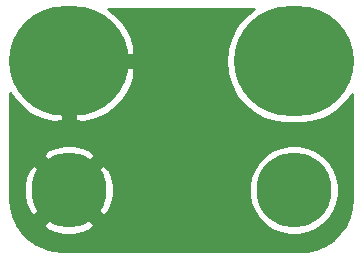
<source format=gbr>
G04 #@! TF.GenerationSoftware,KiCad,Pcbnew,(5.1.5)-3*
G04 #@! TF.CreationDate,2021-08-01T09:21:07-04:00*
G04 #@! TF.ProjectId,BindingPost_PCB,42696e64-696e-4675-906f-73745f504342,rev?*
G04 #@! TF.SameCoordinates,Original*
G04 #@! TF.FileFunction,Copper,L2,Bot*
G04 #@! TF.FilePolarity,Positive*
%FSLAX46Y46*%
G04 Gerber Fmt 4.6, Leading zero omitted, Abs format (unit mm)*
G04 Created by KiCad (PCBNEW (5.1.5)-3) date 2021-08-01 09:21:07*
%MOMM*%
%LPD*%
G04 APERTURE LIST*
%ADD10C,6.350000*%
%ADD11O,10.160000X9.271000*%
%ADD12C,0.254000*%
G04 APERTURE END LIST*
D10*
X24892000Y-16002000D03*
X5842000Y-16002000D03*
D11*
X5842000Y-5080000D03*
X24892000Y-5080000D03*
D12*
G36*
X21505199Y-676536D02*
G01*
X20702662Y-1335162D01*
X20044036Y-2137699D01*
X19554633Y-3053308D01*
X19253260Y-4046801D01*
X19151499Y-5080000D01*
X19253260Y-6113199D01*
X19554633Y-7106692D01*
X20044036Y-8022301D01*
X20702662Y-8824838D01*
X21505199Y-9483464D01*
X22420808Y-9972867D01*
X23414301Y-10274240D01*
X24188583Y-10350500D01*
X25595417Y-10350500D01*
X26369699Y-10274240D01*
X27363192Y-9972867D01*
X28278801Y-9483464D01*
X29081338Y-8824838D01*
X29739964Y-8022301D01*
X29821516Y-7869729D01*
X29826330Y-16734783D01*
X29753808Y-17547372D01*
X29546276Y-18305984D01*
X29207682Y-19015862D01*
X28748738Y-19654550D01*
X28183938Y-20201878D01*
X27531142Y-20640539D01*
X26810988Y-20956665D01*
X26033095Y-21143420D01*
X25621539Y-21184000D01*
X5363392Y-21184000D01*
X4551751Y-21111563D01*
X4089991Y-20985240D01*
X3167455Y-20605372D01*
X3085373Y-20566221D01*
X2447590Y-20107928D01*
X1901054Y-19543945D01*
X1489230Y-18931086D01*
X3631335Y-18931086D01*
X4022581Y-19370476D01*
X4714698Y-19660703D01*
X5450136Y-19810328D01*
X6200634Y-19813600D01*
X6937349Y-19670395D01*
X7631972Y-19386216D01*
X7661419Y-19370476D01*
X8052665Y-18931086D01*
X5842000Y-16720420D01*
X3631335Y-18931086D01*
X1489230Y-18931086D01*
X1463022Y-18892085D01*
X1147349Y-18172963D01*
X962794Y-17404232D01*
X914000Y-16739792D01*
X914000Y-16360634D01*
X2030400Y-16360634D01*
X2173605Y-17097349D01*
X2457784Y-17791972D01*
X2473524Y-17821419D01*
X2912914Y-18212665D01*
X5123580Y-16002000D01*
X6560420Y-16002000D01*
X8771086Y-18212665D01*
X9210476Y-17821419D01*
X9500703Y-17129302D01*
X9650328Y-16393864D01*
X9653600Y-15643366D01*
X9650370Y-15626748D01*
X21082000Y-15626748D01*
X21082000Y-16377252D01*
X21228416Y-17113336D01*
X21515622Y-17806712D01*
X21932580Y-18430733D01*
X22463267Y-18961420D01*
X23087288Y-19378378D01*
X23780664Y-19665584D01*
X24516748Y-19812000D01*
X25267252Y-19812000D01*
X26003336Y-19665584D01*
X26696712Y-19378378D01*
X27320733Y-18961420D01*
X27851420Y-18430733D01*
X28268378Y-17806712D01*
X28555584Y-17113336D01*
X28702000Y-16377252D01*
X28702000Y-15626748D01*
X28555584Y-14890664D01*
X28268378Y-14197288D01*
X27851420Y-13573267D01*
X27320733Y-13042580D01*
X26696712Y-12625622D01*
X26003336Y-12338416D01*
X25267252Y-12192000D01*
X24516748Y-12192000D01*
X23780664Y-12338416D01*
X23087288Y-12625622D01*
X22463267Y-13042580D01*
X21932580Y-13573267D01*
X21515622Y-14197288D01*
X21228416Y-14890664D01*
X21082000Y-15626748D01*
X9650370Y-15626748D01*
X9510395Y-14906651D01*
X9226216Y-14212028D01*
X9210476Y-14182581D01*
X8771086Y-13791335D01*
X6560420Y-16002000D01*
X5123580Y-16002000D01*
X2912914Y-13791335D01*
X2473524Y-14182581D01*
X2183297Y-14874698D01*
X2033672Y-15610136D01*
X2030400Y-16360634D01*
X914000Y-16360634D01*
X914000Y-13072914D01*
X3631335Y-13072914D01*
X5842000Y-15283580D01*
X8052665Y-13072914D01*
X7661419Y-12633524D01*
X6969302Y-12343297D01*
X6233864Y-12193672D01*
X5483366Y-12190400D01*
X4746651Y-12333605D01*
X4052028Y-12617784D01*
X4022581Y-12633524D01*
X3631335Y-13072914D01*
X914000Y-13072914D01*
X914000Y-7800682D01*
X1098728Y-8124751D01*
X1775329Y-8904896D01*
X2591128Y-9538052D01*
X3514774Y-9999888D01*
X4510773Y-10272655D01*
X5334000Y-10188690D01*
X5334000Y-5588000D01*
X6350000Y-5588000D01*
X6350000Y-10188690D01*
X7173227Y-10272655D01*
X8169226Y-9999888D01*
X9092872Y-9538052D01*
X9908671Y-8904896D01*
X10585272Y-8124751D01*
X11096674Y-7227598D01*
X11388406Y-6402395D01*
X11372945Y-5588000D01*
X6350000Y-5588000D01*
X5334000Y-5588000D01*
X5314000Y-5588000D01*
X5314000Y-4572000D01*
X5334000Y-4572000D01*
X5334000Y-4552000D01*
X6350000Y-4552000D01*
X6350000Y-4572000D01*
X11372945Y-4572000D01*
X11388406Y-3757605D01*
X11096674Y-2932402D01*
X10585272Y-2035249D01*
X9908671Y-1255104D01*
X9141901Y-660000D01*
X21536136Y-660000D01*
X21505199Y-676536D01*
G37*
X21505199Y-676536D02*
X20702662Y-1335162D01*
X20044036Y-2137699D01*
X19554633Y-3053308D01*
X19253260Y-4046801D01*
X19151499Y-5080000D01*
X19253260Y-6113199D01*
X19554633Y-7106692D01*
X20044036Y-8022301D01*
X20702662Y-8824838D01*
X21505199Y-9483464D01*
X22420808Y-9972867D01*
X23414301Y-10274240D01*
X24188583Y-10350500D01*
X25595417Y-10350500D01*
X26369699Y-10274240D01*
X27363192Y-9972867D01*
X28278801Y-9483464D01*
X29081338Y-8824838D01*
X29739964Y-8022301D01*
X29821516Y-7869729D01*
X29826330Y-16734783D01*
X29753808Y-17547372D01*
X29546276Y-18305984D01*
X29207682Y-19015862D01*
X28748738Y-19654550D01*
X28183938Y-20201878D01*
X27531142Y-20640539D01*
X26810988Y-20956665D01*
X26033095Y-21143420D01*
X25621539Y-21184000D01*
X5363392Y-21184000D01*
X4551751Y-21111563D01*
X4089991Y-20985240D01*
X3167455Y-20605372D01*
X3085373Y-20566221D01*
X2447590Y-20107928D01*
X1901054Y-19543945D01*
X1489230Y-18931086D01*
X3631335Y-18931086D01*
X4022581Y-19370476D01*
X4714698Y-19660703D01*
X5450136Y-19810328D01*
X6200634Y-19813600D01*
X6937349Y-19670395D01*
X7631972Y-19386216D01*
X7661419Y-19370476D01*
X8052665Y-18931086D01*
X5842000Y-16720420D01*
X3631335Y-18931086D01*
X1489230Y-18931086D01*
X1463022Y-18892085D01*
X1147349Y-18172963D01*
X962794Y-17404232D01*
X914000Y-16739792D01*
X914000Y-16360634D01*
X2030400Y-16360634D01*
X2173605Y-17097349D01*
X2457784Y-17791972D01*
X2473524Y-17821419D01*
X2912914Y-18212665D01*
X5123580Y-16002000D01*
X6560420Y-16002000D01*
X8771086Y-18212665D01*
X9210476Y-17821419D01*
X9500703Y-17129302D01*
X9650328Y-16393864D01*
X9653600Y-15643366D01*
X9650370Y-15626748D01*
X21082000Y-15626748D01*
X21082000Y-16377252D01*
X21228416Y-17113336D01*
X21515622Y-17806712D01*
X21932580Y-18430733D01*
X22463267Y-18961420D01*
X23087288Y-19378378D01*
X23780664Y-19665584D01*
X24516748Y-19812000D01*
X25267252Y-19812000D01*
X26003336Y-19665584D01*
X26696712Y-19378378D01*
X27320733Y-18961420D01*
X27851420Y-18430733D01*
X28268378Y-17806712D01*
X28555584Y-17113336D01*
X28702000Y-16377252D01*
X28702000Y-15626748D01*
X28555584Y-14890664D01*
X28268378Y-14197288D01*
X27851420Y-13573267D01*
X27320733Y-13042580D01*
X26696712Y-12625622D01*
X26003336Y-12338416D01*
X25267252Y-12192000D01*
X24516748Y-12192000D01*
X23780664Y-12338416D01*
X23087288Y-12625622D01*
X22463267Y-13042580D01*
X21932580Y-13573267D01*
X21515622Y-14197288D01*
X21228416Y-14890664D01*
X21082000Y-15626748D01*
X9650370Y-15626748D01*
X9510395Y-14906651D01*
X9226216Y-14212028D01*
X9210476Y-14182581D01*
X8771086Y-13791335D01*
X6560420Y-16002000D01*
X5123580Y-16002000D01*
X2912914Y-13791335D01*
X2473524Y-14182581D01*
X2183297Y-14874698D01*
X2033672Y-15610136D01*
X2030400Y-16360634D01*
X914000Y-16360634D01*
X914000Y-13072914D01*
X3631335Y-13072914D01*
X5842000Y-15283580D01*
X8052665Y-13072914D01*
X7661419Y-12633524D01*
X6969302Y-12343297D01*
X6233864Y-12193672D01*
X5483366Y-12190400D01*
X4746651Y-12333605D01*
X4052028Y-12617784D01*
X4022581Y-12633524D01*
X3631335Y-13072914D01*
X914000Y-13072914D01*
X914000Y-7800682D01*
X1098728Y-8124751D01*
X1775329Y-8904896D01*
X2591128Y-9538052D01*
X3514774Y-9999888D01*
X4510773Y-10272655D01*
X5334000Y-10188690D01*
X5334000Y-5588000D01*
X6350000Y-5588000D01*
X6350000Y-10188690D01*
X7173227Y-10272655D01*
X8169226Y-9999888D01*
X9092872Y-9538052D01*
X9908671Y-8904896D01*
X10585272Y-8124751D01*
X11096674Y-7227598D01*
X11388406Y-6402395D01*
X11372945Y-5588000D01*
X6350000Y-5588000D01*
X5334000Y-5588000D01*
X5314000Y-5588000D01*
X5314000Y-4572000D01*
X5334000Y-4572000D01*
X5334000Y-4552000D01*
X6350000Y-4552000D01*
X6350000Y-4572000D01*
X11372945Y-4572000D01*
X11388406Y-3757605D01*
X11096674Y-2932402D01*
X10585272Y-2035249D01*
X9908671Y-1255104D01*
X9141901Y-660000D01*
X21536136Y-660000D01*
X21505199Y-676536D01*
M02*

</source>
